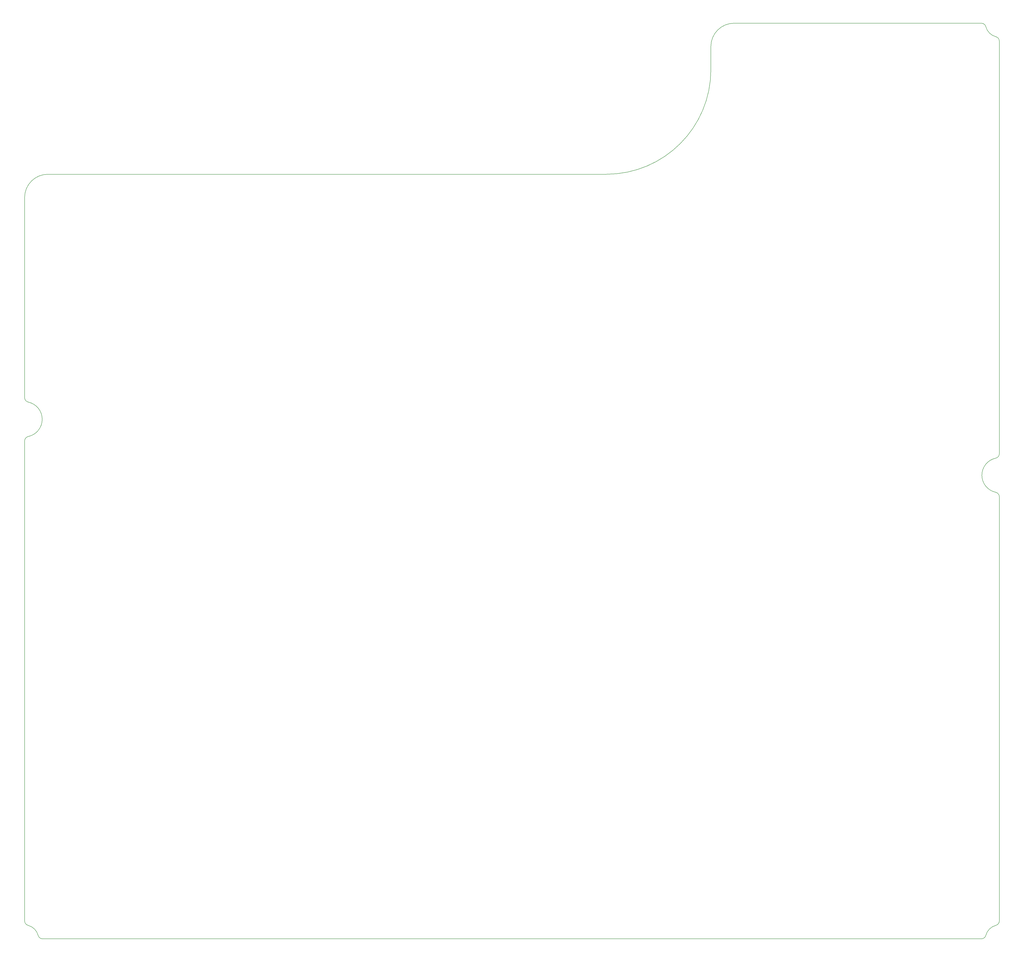
<source format=gbr>
%TF.GenerationSoftware,KiCad,Pcbnew,8.0.5*%
%TF.CreationDate,2024-10-29T20:02:02+01:00*%
%TF.ProjectId,troublemaker,74726f75-626c-4656-9d61-6b65722e6b69,rev?*%
%TF.SameCoordinates,Original*%
%TF.FileFunction,Profile,NP*%
%FSLAX46Y46*%
G04 Gerber Fmt 4.6, Leading zero omitted, Abs format (unit mm)*
G04 Created by KiCad (PCBNEW 8.0.5) date 2024-10-29 20:02:02*
%MOMM*%
%LPD*%
G01*
G04 APERTURE LIST*
%TA.AperFunction,Profile*%
%ADD10C,0.200000*%
%TD*%
G04 APERTURE END LIST*
D10*
X42279200Y-406700200D02*
X445799528Y-406700200D01*
X452033207Y-18509669D02*
G75*
G02*
X453533143Y-20446161I-500007J-1936431D01*
G01*
X445787200Y-12700194D02*
G75*
G02*
X447723699Y-14200203I0J-2000006D01*
G01*
X34533200Y-87700200D02*
G75*
G02*
X44533200Y-77700200I10000000J0D01*
G01*
X447723732Y-405200200D02*
G75*
G02*
X452033208Y-400890730I5809468J-1500000D01*
G01*
X329533205Y-22700200D02*
G75*
G02*
X339533205Y-12700205I9999995J0D01*
G01*
X451954259Y-214532109D02*
G75*
G02*
X451954260Y-199868291I1578941J7331909D01*
G01*
X36114976Y-175738946D02*
G75*
G02*
X34533237Y-173783163I418224J1955746D01*
G01*
X329533205Y-32700200D02*
G75*
G02*
X284561660Y-77700196I-45000005J0D01*
G01*
X447723732Y-405200200D02*
G75*
G02*
X445799528Y-406700201I-1936532J500000D01*
G01*
X284561660Y-77700195D02*
X44533200Y-77700195D01*
X451954259Y-214532109D02*
G75*
G02*
X453533207Y-216481300I-421059J-1955191D01*
G01*
X453533207Y-197913100D02*
X453533207Y-20446161D01*
X453533207Y-398954200D02*
G75*
G02*
X452033200Y-400890699I-2000007J0D01*
G01*
X453533207Y-398954200D02*
X453533207Y-216481300D01*
X445787200Y-12700194D02*
X339533205Y-12700194D01*
X42279200Y-406700200D02*
G75*
G02*
X40342706Y-405200192I0J2000000D01*
G01*
X34533200Y-87700200D02*
X34533200Y-173783163D01*
X452033207Y-18509669D02*
G75*
G02*
X447723731Y-14200194I1499993J5809469D01*
G01*
X34533200Y-192488660D02*
X34533200Y-398965335D01*
X36114976Y-175738946D02*
G75*
G02*
X36114976Y-190532964I-1581776J-7397009D01*
G01*
X34533200Y-192488660D02*
G75*
G02*
X36114975Y-190532958I1999900J0D01*
G01*
X36033200Y-400890725D02*
G75*
G02*
X40342675Y-405200200I-1500000J-5809475D01*
G01*
X329533205Y-22700200D02*
X329533205Y-32700200D01*
X36033200Y-400890725D02*
G75*
G02*
X34533199Y-398965335I500000J1936525D01*
G01*
X453533207Y-197913100D02*
G75*
G02*
X451954258Y-199868282I-2000007J0D01*
G01*
M02*

</source>
